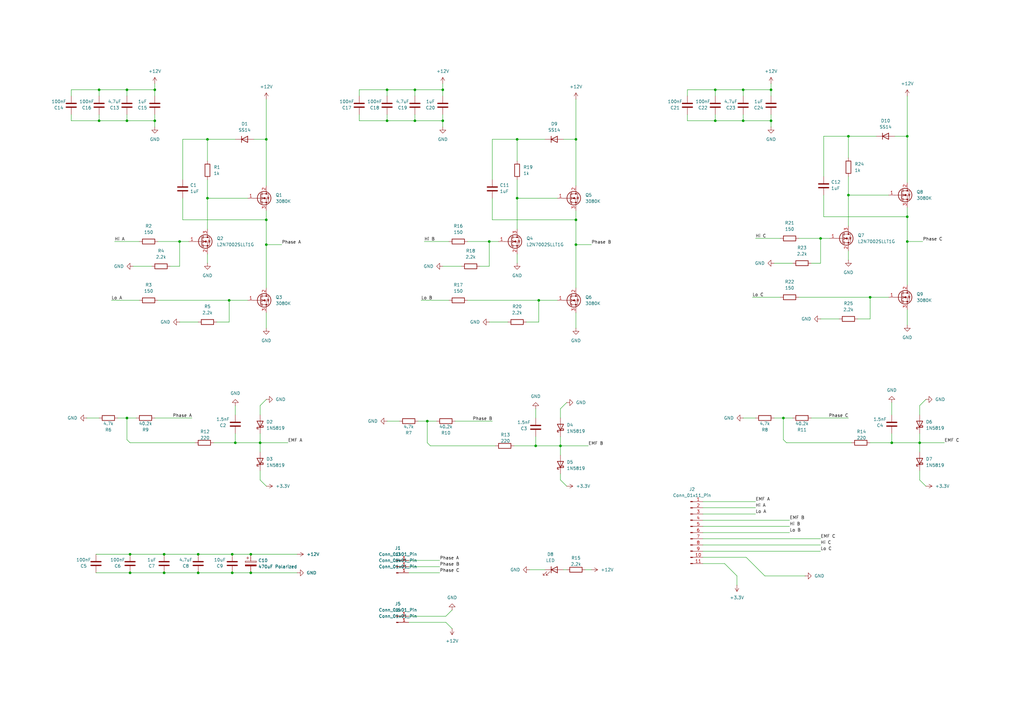
<source format=kicad_sch>
(kicad_sch (version 20231120) (generator "eeschema") (generator_version "8.0")
  (paper "A3")
  (lib_symbols
    (symbol "Connector:Conn_01x01_Pin" (pin_names (offset 1.016) hide)
      (property "Reference" "J" (at 0 2.54 0))
      (property "Value" "Conn_01x01_Pin" (at 0 -2.54 0))
      (symbol "Conn_01x01_Pin_1_1"
        (pin passive line (at 5.08 0 180) (length 3.81) (name "Pin_1") (number "1"))
      )
    )
    (symbol "Connector:Conn_01x11_Pin" (pin_names (offset 1.016) hide)
      (property "Reference" "J" (at 0 15.24 0))
      (property "Value" "Conn_01x11_Pin" (at 0 -15.24 0))
      (symbol "Conn_01x11_Pin_1_1"
        (pin passive line (at 5.08 12.7 180) (length 3.81) (name "Pin_1") (number "1"))
        (pin passive line (at 5.08 -10.16 180) (length 3.81) (name "Pin_10") (number "10"))
        (pin passive line (at 5.08 -12.7 180) (length 3.81) (name "Pin_11") (number "11"))
        (pin passive line (at 5.08 10.16 180) (length 3.81) (name "Pin_2") (number "2"))
        (pin passive line (at 5.08 7.62 180) (length 3.81) (name "Pin_3") (number "3"))
        (pin passive line (at 5.08 5.08 180) (length 3.81) (name "Pin_4") (number "4"))
        (pin passive line (at 5.08 2.54 180) (length 3.81) (name "Pin_5") (number "5"))
        (pin passive line (at 5.08 0 180) (length 3.81) (name "Pin_6") (number "6"))
        (pin passive line (at 5.08 -2.54 180) (length 3.81) (name "Pin_7") (number "7"))
        (pin passive line (at 5.08 -5.08 180) (length 3.81) (name "Pin_8") (number "8"))
        (pin passive line (at 5.08 -7.62 180) (length 3.81) (name "Pin_9") (number "9"))
      )
    )
    (symbol "Device:C" (pin_numbers hide) (pin_names (offset 0.254))
      (property "Reference" "C" (at 0.635 2.54 0))
      (property "Value" "C" (at 0.635 -2.54 0))
      (symbol "C_1_1"
        (pin passive line (at 0 3.81 270) (length 2.794) (name "~") (number "1"))
        (pin passive line (at 0 -3.81 90) (length 2.794) (name "~") (number "2"))
      )
    )
    (symbol "Device:C_Polarized" (pin_numbers hide) (pin_names (offset 0.254))
      (property "Reference" "C" (at 0.635 2.54 0))
      (property "Value" "C_Polarized" (at 0.635 -2.54 0))
      (symbol "C_Polarized_1_1"
        (pin passive line (at 0 3.81 270) (length 2.794) (name "~") (number "1"))
        (pin passive line (at 0 -3.81 90) (length 2.794) (name "~") (number "2"))
      )
    )
    (symbol "Device:D" (pin_numbers hide) (pin_names (offset 1.016) hide)
      (property "Reference" "D" (at 0 2.54 0))
      (property "Value" "D" (at 0 -2.54 0))
      (symbol "D_1_1"
        (pin passive line (at -3.81 0 0) (length 2.54) (name "K") (number "1"))
        (pin passive line (at 3.81 0 180) (length 2.54) (name "A") (number "2"))
      )
    )
    (symbol "Device:D_Schottky" (pin_numbers hide) (pin_names (offset 1.016) hide)
      (property "Reference" "D" (at 0 2.54 0))
      (property "Value" "D_Schottky" (at 0 -2.54 0))
      (symbol "D_Schottky_1_1"
        (pin passive line (at -3.81 0 0) (length 2.54) (name "K") (number "1"))
        (pin passive line (at 3.81 0 180) (length 2.54) (name "A") (number "2"))
      )
    )
    (symbol "Device:LED" (pin_numbers hide) (pin_names (offset 1.016) hide)
      (property "Reference" "D" (at 0 2.54 0))
      (property "Value" "LED" (at 0 -2.54 0))
      (symbol "LED_1_1"
        (pin passive line (at -3.81 0 0) (length 2.54) (name "K") (number "1"))
        (pin passive line (at 3.81 0 180) (length 2.54) (name "A") (number "2"))
      )
    )
    (symbol "Device:Q_NMOS_GDS" (pin_names (offset 0) hide)
      (property "Reference" "Q" (at 5.08 1.27 0))
      (property "Value" "Q_NMOS_GDS" (at 5.08 -1.27 0))
      (symbol "Q_NMOS_GDS_1_1"
        (pin input line (at -5.08 0 0) (length 2.54) (name "G") (number "1"))
        (pin passive line (at 2.54 5.08 270) (length 2.54) (name "D") (number "2"))
        (pin passive line (at 2.54 -5.08 90) (length 2.54) (name "S") (number "3"))
      )
    )
    (symbol "Device:Q_NMOS_GSD" (pin_names (offset 0) hide)
      (property "Reference" "Q" (at 5.08 1.27 0))
      (property "Value" "Q_NMOS_GSD" (at 5.08 -1.27 0))
      (symbol "Q_NMOS_GSD_1_1"
        (pin input line (at -5.08 0 0) (length 2.54) (name "G") (number "1"))
        (pin passive line (at 2.54 -5.08 90) (length 2.54) (name "S") (number "2"))
        (pin passive line (at 2.54 5.08 270) (length 2.54) (name "D") (number "3"))
      )
    )
    (symbol "Device:R" (pin_numbers hide) (pin_names (offset 0))
      (property "Reference" "R" (at 2.032 0 90))
      (property "Value" "R" (at 0 0 90))
      (symbol "R_1_1"
        (pin passive line (at 0 3.81 270) (length 1.27) (name "~") (number "1"))
        (pin passive line (at 0 -3.81 90) (length 1.27) (name "~") (number "2"))
      )
    )
    (symbol "power:+12V" (power) (pin_numbers hide) (pin_names (offset 0) hide)
      (property "Value" "+12V" (at 0 3.556 0))
      (symbol "+12V_1_1"
        (pin power_in line (at 0 0 90) (length 0) (name "~") (number "1"))
      )
    )
    (symbol "power:+3.3V" (power) (pin_numbers hide) (pin_names (offset 0) hide)
      (property "Value" "+3.3V" (at 0 3.556 0))
      (symbol "+3.3V_1_1"
        (pin power_in line (at 0 0 90) (length 0) (name "~") (number "1"))
      )
    )
    (symbol "power:GND" (power) (pin_numbers hide) (pin_names (offset 0) hide)
      (property "Value" "GND" (at 0 -3.81 0))
      (symbol "GND_1_1"
        (pin power_in line (at 0 0 270) (length 0) (name "~") (number "1"))
      )
    )
  )
  (junction (at 229.87 182.88))
  (junction (at 356.87 121.92))
  (junction (at 109.22 100.33))
  (junction (at 316.23 49.53))
  (junction (at 96.52 181.61))
  (junction (at 52.07 36.83))
  (junction (at 85.09 81.28))
  (junction (at 365.76 181.61))
  (junction (at 316.23 36.83))
  (junction (at 347.98 80.01))
  (junction (at 158.75 36.83))
  (junction (at 53.34 234.95))
  (junction (at 53.34 227.33))
  (junction (at 293.37 36.83))
  (junction (at 200.66 99.06))
  (junction (at 106.68 181.61))
  (junction (at 377.19 181.61))
  (junction (at 372.11 99.06))
  (junction (at 85.09 57.15))
  (junction (at 219.71 182.88))
  (junction (at 304.8 36.83))
  (junction (at 170.18 49.53))
  (junction (at 321.31 171.45))
  (junction (at 52.07 171.45))
  (junction (at 220.98 123.19))
  (junction (at 109.22 90.17))
  (junction (at 212.09 81.28))
  (junction (at 95.25 234.95))
  (junction (at 236.22 100.33))
  (junction (at 293.37 49.53))
  (junction (at 102.87 234.95))
  (junction (at 63.5 36.83))
  (junction (at 102.87 227.33))
  (junction (at 67.31 227.33))
  (junction (at 212.09 57.15))
  (junction (at 181.61 49.53))
  (junction (at 109.22 57.15))
  (junction (at 181.61 36.83))
  (junction (at 40.64 49.53))
  (junction (at 372.11 88.9))
  (junction (at 304.8 49.53))
  (junction (at 93.98 123.19))
  (junction (at 63.5 49.53))
  (junction (at 236.22 90.17))
  (junction (at 81.28 227.33))
  (junction (at 236.22 57.15))
  (junction (at 95.25 227.33))
  (junction (at 52.07 49.53))
  (junction (at 347.98 55.88))
  (junction (at 372.11 55.88))
  (junction (at 336.55 97.79))
  (junction (at 175.26 172.72))
  (junction (at 170.18 36.83))
  (junction (at 158.75 49.53))
  (junction (at 40.64 36.83))
  (junction (at 67.31 234.95))
  (junction (at 73.66 99.06))
  (junction (at 81.28 234.95))
  (wire (pts (xy 29.21 36.83) (xy 29.21 39.37)))
  (wire (pts (xy 109.22 57.15) (xy 109.22 76.2)))
  (wire (pts (xy 167.64 229.87) (xy 180.34 229.87)))
  (wire (pts (xy 170.18 46.99) (xy 170.18 49.53)))
  (wire (pts (xy 316.23 46.99) (xy 316.23 49.53)))
  (wire (pts (xy 167.64 255.27) (xy 182.88 255.27)))
  (wire (pts (xy 172.72 123.19) (xy 184.15 123.19)))
  (wire (pts (xy 45.72 123.19) (xy 57.15 123.19)))
  (wire (pts (xy 288.29 205.74) (xy 309.88 205.74)))
  (wire (pts (xy 181.61 49.53) (xy 181.61 52.07)))
  (wire (pts (xy 29.21 36.83) (xy 40.64 36.83)))
  (wire (pts (xy 365.76 181.61) (xy 377.19 181.61)))
  (wire (pts (xy 372.11 99.06) (xy 372.11 116.84)))
  (wire (pts (xy 215.9 132.08) (xy 220.98 132.08)))
  (wire (pts (xy 306.07 228.6) (xy 313.69 236.22)))
  (wire (pts (xy 67.31 234.95) (xy 81.28 234.95)))
  (wire (pts (xy 281.94 36.83) (xy 281.94 39.37)))
  (wire (pts (xy 52.07 36.83) (xy 63.5 36.83)))
  (wire (pts (xy 327.66 121.92) (xy 356.87 121.92)))
  (wire (pts (xy 288.29 218.44) (xy 323.85 218.44)))
  (wire (pts (xy 96.52 166.37) (xy 96.52 170.18)))
  (wire (pts (xy 167.64 234.95) (xy 180.34 234.95)))
  (wire (pts (xy 74.93 90.17) (xy 109.22 90.17)))
  (wire (pts (xy 200.66 132.08) (xy 208.28 132.08)))
  (wire (pts (xy 52.07 171.45) (xy 48.26 171.45)))
  (wire (pts (xy 347.98 102.87) (xy 347.98 106.68)))
  (wire (pts (xy 109.22 90.17) (xy 109.22 100.33)))
  (wire (pts (xy 316.23 34.29) (xy 316.23 36.83)))
  (wire (pts (xy 281.94 49.53) (xy 293.37 49.53)))
  (wire (pts (xy 200.66 99.06) (xy 204.47 99.06)))
  (wire (pts (xy 304.8 46.99) (xy 304.8 49.53)))
  (wire (pts (xy 93.98 123.19) (xy 93.98 132.08)))
  (wire (pts (xy 308.61 121.92) (xy 320.04 121.92)))
  (wire (pts (xy 304.8 36.83) (xy 316.23 36.83)))
  (wire (pts (xy 102.87 234.95) (xy 121.92 234.95)))
  (wire (pts (xy 219.71 179.07) (xy 219.71 182.88)))
  (wire (pts (xy 40.64 36.83) (xy 40.64 39.37)))
  (wire (pts (xy 167.64 252.73) (xy 182.88 252.73)))
  (wire (pts (xy 102.87 227.33) (xy 121.92 227.33)))
  (wire (pts (xy 175.26 172.72) (xy 175.26 181.61)))
  (wire (pts (xy 332.74 171.45) (xy 347.98 171.45)))
  (wire (pts (xy 53.34 227.33) (xy 67.31 227.33)))
  (wire (pts (xy 81.28 227.33) (xy 95.25 227.33)))
  (wire (pts (xy 212.09 57.15) (xy 212.09 66.04)))
  (wire (pts (xy 201.93 57.15) (xy 212.09 57.15)))
  (wire (pts (xy 304.8 49.53) (xy 316.23 49.53)))
  (wire (pts (xy 73.66 99.06) (xy 77.47 99.06)))
  (wire (pts (xy 67.31 227.33) (xy 81.28 227.33)))
  (wire (pts (xy 347.98 72.39) (xy 347.98 80.01)))
  (wire (pts (xy 106.68 193.04) (xy 106.68 196.85)))
  (wire (pts (xy 240.03 233.68) (xy 242.57 233.68)))
  (wire (pts (xy 88.9 132.08) (xy 93.98 132.08)))
  (wire (pts (xy 325.12 171.45) (xy 321.31 171.45)))
  (wire (pts (xy 293.37 46.99) (xy 293.37 49.53)))
  (wire (pts (xy 377.19 193.04) (xy 377.19 196.85)))
  (wire (pts (xy 281.94 46.99) (xy 281.94 49.53)))
  (wire (pts (xy 106.68 170.18) (xy 106.68 166.37)))
  (wire (pts (xy 281.94 36.83) (xy 293.37 36.83)))
  (wire (pts (xy 293.37 49.53) (xy 304.8 49.53)))
  (wire (pts (xy 52.07 171.45) (xy 52.07 180.34)))
  (wire (pts (xy 288.29 208.28) (xy 309.88 208.28)))
  (wire (pts (xy 309.88 171.45) (xy 304.8 171.45)))
  (wire (pts (xy 191.77 99.06) (xy 200.66 99.06)))
  (wire (pts (xy 336.55 97.79) (xy 336.55 107.95)))
  (wire (pts (xy 365.76 165.1) (xy 365.76 170.18)))
  (wire (pts (xy 229.87 194.31) (xy 229.87 196.85)))
  (wire (pts (xy 163.83 172.72) (xy 158.75 172.72)))
  (wire (pts (xy 336.55 130.81) (xy 344.17 130.81)))
  (wire (pts (xy 53.34 234.95) (xy 67.31 234.95)))
  (wire (pts (xy 170.18 36.83) (xy 181.61 36.83)))
  (wire (pts (xy 377.19 181.61) (xy 377.19 185.42)))
  (wire (pts (xy 321.31 180.34) (xy 322.58 181.61)))
  (wire (pts (xy 175.26 181.61) (xy 176.53 182.88)))
  (wire (pts (xy 367.03 55.88) (xy 372.11 55.88)))
  (wire (pts (xy 288.29 213.36) (xy 323.85 213.36)))
  (wire (pts (xy 158.75 36.83) (xy 170.18 36.83)))
  (wire (pts (xy 96.52 181.61) (xy 106.68 181.61)))
  (wire (pts (xy 106.68 177.8) (xy 106.68 181.61)))
  (wire (pts (xy 74.93 57.15) (xy 74.93 73.66)))
  (wire (pts (xy 29.21 49.53) (xy 40.64 49.53)))
  (wire (pts (xy 109.22 86.36) (xy 109.22 90.17)))
  (wire (pts (xy 347.98 55.88) (xy 359.41 55.88)))
  (wire (pts (xy 332.74 107.95) (xy 336.55 107.95)))
  (wire (pts (xy 96.52 177.8) (xy 96.52 181.61)))
  (wire (pts (xy 74.93 57.15) (xy 85.09 57.15)))
  (wire (pts (xy 236.22 90.17) (xy 236.22 100.33)))
  (wire (pts (xy 40.64 49.53) (xy 52.07 49.53)))
  (wire (pts (xy 85.09 57.15) (xy 85.09 66.04)))
  (wire (pts (xy 212.09 73.66) (xy 212.09 81.28)))
  (wire (pts (xy 106.68 166.37) (xy 109.22 163.83)))
  (wire (pts (xy 93.98 123.19) (xy 101.6 123.19)))
  (wire (pts (xy 52.07 49.53) (xy 63.5 49.53)))
  (wire (pts (xy 40.64 171.45) (xy 35.56 171.45)))
  (wire (pts (xy 229.87 182.88) (xy 229.87 186.69)))
  (wire (pts (xy 236.22 100.33) (xy 242.57 100.33)))
  (wire (pts (xy 81.28 234.95) (xy 95.25 234.95)))
  (wire (pts (xy 220.98 123.19) (xy 220.98 132.08)))
  (wire (pts (xy 293.37 36.83) (xy 293.37 39.37)))
  (wire (pts (xy 147.32 36.83) (xy 147.32 39.37)))
  (wire (pts (xy 372.11 85.09) (xy 372.11 88.9)))
  (wire (pts (xy 372.11 39.37) (xy 372.11 55.88)))
  (wire (pts (xy 175.26 172.72) (xy 179.07 172.72)))
  (wire (pts (xy 201.93 57.15) (xy 201.93 73.66)))
  (wire (pts (xy 52.07 46.99) (xy 52.07 49.53)))
  (wire (pts (xy 63.5 46.99) (xy 63.5 49.53)))
  (wire (pts (xy 46.99 99.06) (xy 57.15 99.06)))
  (wire (pts (xy 304.8 36.83) (xy 304.8 39.37)))
  (wire (pts (xy 229.87 196.85) (xy 232.41 199.39)))
  (wire (pts (xy 317.5 107.95) (xy 325.12 107.95)))
  (wire (pts (xy 170.18 36.83) (xy 170.18 39.37)))
  (wire (pts (xy 316.23 49.53) (xy 316.23 52.07)))
  (wire (pts (xy 377.19 177.8) (xy 377.19 181.61)))
  (wire (pts (xy 170.18 49.53) (xy 181.61 49.53)))
  (wire (pts (xy 356.87 121.92) (xy 364.49 121.92)))
  (wire (pts (xy 74.93 81.28) (xy 74.93 90.17)))
  (wire (pts (xy 52.07 180.34) (xy 53.34 181.61)))
  (wire (pts (xy 109.22 100.33) (xy 109.22 118.11)))
  (wire (pts (xy 95.25 234.95) (xy 102.87 234.95)))
  (wire (pts (xy 212.09 57.15) (xy 223.52 57.15)))
  (wire (pts (xy 109.22 40.64) (xy 109.22 57.15)))
  (wire (pts (xy 327.66 97.79) (xy 336.55 97.79)))
  (wire (pts (xy 196.85 109.22) (xy 200.66 109.22)))
  (wire (pts (xy 336.55 97.79) (xy 340.36 97.79)))
  (wire (pts (xy 212.09 81.28) (xy 228.6 81.28)))
  (wire (pts (xy 337.82 55.88) (xy 337.82 72.39)))
  (wire (pts (xy 377.19 170.18) (xy 377.19 166.37)))
  (wire (pts (xy 182.88 252.73) (xy 185.42 250.19)))
  (wire (pts (xy 64.77 99.06) (xy 73.66 99.06)))
  (wire (pts (xy 85.09 104.14) (xy 85.09 107.95)))
  (wire (pts (xy 219.71 182.88) (xy 229.87 182.88)))
  (wire (pts (xy 356.87 121.92) (xy 356.87 130.81)))
  (wire (pts (xy 40.64 46.99) (xy 40.64 49.53)))
  (wire (pts (xy 377.19 181.61) (xy 387.35 181.61)))
  (wire (pts (xy 158.75 49.53) (xy 170.18 49.53)))
  (wire (pts (xy 229.87 179.07) (xy 229.87 182.88)))
  (wire (pts (xy 64.77 123.19) (xy 93.98 123.19)))
  (wire (pts (xy 322.58 181.61) (xy 349.25 181.61)))
  (wire (pts (xy 54.61 109.22) (xy 62.23 109.22)))
  (wire (pts (xy 229.87 182.88) (xy 241.3 182.88)))
  (wire (pts (xy 53.34 181.61) (xy 80.01 181.61)))
  (wire (pts (xy 229.87 167.64) (xy 232.41 165.1)))
  (wire (pts (xy 236.22 40.64) (xy 236.22 57.15)))
  (wire (pts (xy 158.75 46.99) (xy 158.75 49.53)))
  (wire (pts (xy 52.07 36.83) (xy 52.07 39.37)))
  (wire (pts (xy 231.14 57.15) (xy 236.22 57.15)))
  (wire (pts (xy 181.61 46.99) (xy 181.61 49.53)))
  (wire (pts (xy 173.99 99.06) (xy 184.15 99.06)))
  (wire (pts (xy 95.25 227.33) (xy 102.87 227.33)))
  (wire (pts (xy 85.09 73.66) (xy 85.09 81.28)))
  (wire (pts (xy 29.21 46.99) (xy 29.21 49.53)))
  (wire (pts (xy 147.32 46.99) (xy 147.32 49.53)))
  (wire (pts (xy 372.11 99.06) (xy 378.46 99.06)))
  (wire (pts (xy 201.93 90.17) (xy 236.22 90.17)))
  (wire (pts (xy 337.82 55.88) (xy 347.98 55.88)))
  (wire (pts (xy 87.63 181.61) (xy 96.52 181.61)))
  (wire (pts (xy 377.19 196.85) (xy 379.73 199.39)))
  (wire (pts (xy 171.45 172.72) (xy 175.26 172.72)))
  (wire (pts (xy 55.88 171.45) (xy 52.07 171.45)))
  (wire (pts (xy 201.93 81.28) (xy 201.93 90.17)))
  (wire (pts (xy 372.11 127) (xy 372.11 133.35)))
  (wire (pts (xy 85.09 57.15) (xy 96.52 57.15)))
  (wire (pts (xy 63.5 49.53) (xy 63.5 52.07)))
  (wire (pts (xy 288.29 215.9) (xy 323.85 215.9)))
  (wire (pts (xy 356.87 181.61) (xy 365.76 181.61)))
  (wire (pts (xy 377.19 166.37) (xy 379.73 163.83)))
  (wire (pts (xy 73.66 99.06) (xy 73.66 109.22)))
  (wire (pts (xy 109.22 100.33) (xy 115.57 100.33)))
  (wire (pts (xy 217.17 233.68) (xy 223.52 233.68)))
  (wire (pts (xy 109.22 128.27) (xy 109.22 134.62)))
  (wire (pts (xy 147.32 49.53) (xy 158.75 49.53)))
  (wire (pts (xy 106.68 181.61) (xy 118.11 181.61)))
  (wire (pts (xy 182.88 255.27) (xy 185.42 257.81)))
  (wire (pts (xy 63.5 171.45) (xy 78.74 171.45)))
  (wire (pts (xy 181.61 36.83) (xy 181.61 39.37)))
  (wire (pts (xy 200.66 99.06) (xy 200.66 109.22)))
  (wire (pts (xy 212.09 81.28) (xy 212.09 93.98)))
  (wire (pts (xy 229.87 171.45) (xy 229.87 167.64)))
  (wire (pts (xy 232.41 233.68) (xy 231.14 233.68)))
  (wire (pts (xy 212.09 104.14) (xy 212.09 107.95)))
  (wire (pts (xy 181.61 34.29) (xy 181.61 36.83)))
  (wire (pts (xy 337.82 88.9) (xy 372.11 88.9)))
  (wire (pts (xy 236.22 128.27) (xy 236.22 134.62)))
  (wire (pts (xy 39.37 234.95) (xy 53.34 234.95)))
  (wire (pts (xy 85.09 81.28) (xy 101.6 81.28)))
  (wire (pts (xy 321.31 171.45) (xy 317.5 171.45)))
  (wire (pts (xy 106.68 181.61) (xy 106.68 185.42)))
  (wire (pts (xy 158.75 36.83) (xy 158.75 39.37)))
  (wire (pts (xy 302.26 236.22) (xy 302.26 240.03)))
  (wire (pts (xy 316.23 36.83) (xy 316.23 39.37)))
  (wire (pts (xy 288.29 210.82) (xy 309.88 210.82)))
  (wire (pts (xy 191.77 123.19) (xy 220.98 123.19)))
  (wire (pts (xy 347.98 80.01) (xy 364.49 80.01)))
  (wire (pts (xy 351.79 130.81) (xy 356.87 130.81)))
  (wire (pts (xy 104.14 57.15) (xy 109.22 57.15)))
  (wire (pts (xy 85.09 81.28) (xy 85.09 93.98)))
  (wire (pts (xy 293.37 36.83) (xy 304.8 36.83)))
  (wire (pts (xy 210.82 182.88) (xy 219.71 182.88)))
  (wire (pts (xy 220.98 123.19) (xy 228.6 123.19)))
  (wire (pts (xy 372.11 88.9) (xy 372.11 99.06)))
  (wire (pts (xy 147.32 36.83) (xy 158.75 36.83)))
  (wire (pts (xy 167.64 232.41) (xy 180.34 232.41)))
  (wire (pts (xy 288.29 220.98) (xy 336.55 220.98)))
  (wire (pts (xy 106.68 196.85) (xy 109.22 199.39)))
  (wire (pts (xy 365.76 177.8) (xy 365.76 181.61)))
  (wire (pts (xy 297.18 231.14) (xy 302.26 236.22)))
  (wire (pts (xy 39.37 227.33) (xy 53.34 227.33)))
  (wire (pts (xy 219.71 167.64) (xy 219.71 171.45)))
  (wire (pts (xy 313.69 236.22) (xy 330.2 236.22)))
  (wire (pts (xy 288.29 226.06) (xy 336.55 226.06)))
  (wire (pts (xy 347.98 55.88) (xy 347.98 64.77)))
  (wire (pts (xy 186.69 172.72) (xy 201.93 172.72)))
  (wire (pts (xy 69.85 109.22) (xy 73.66 109.22)))
  (wire (pts (xy 288.29 231.14) (xy 297.18 231.14)))
  (wire (pts (xy 288.29 228.6) (xy 306.07 228.6)))
  (wire (pts (xy 63.5 34.29) (xy 63.5 36.83)))
  (wire (pts (xy 236.22 86.36) (xy 236.22 90.17)))
  (wire (pts (xy 63.5 36.83) (xy 63.5 39.37)))
  (wire (pts (xy 40.64 36.83) (xy 52.07 36.83)))
  (wire (pts (xy 181.61 109.22) (xy 189.23 109.22)))
  (wire (pts (xy 372.11 55.88) (xy 372.11 74.93)))
  (wire (pts (xy 73.66 132.08) (xy 81.28 132.08)))
  (wire (pts (xy 321.31 171.45) (xy 321.31 180.34)))
  (wire (pts (xy 288.29 223.52) (xy 336.55 223.52)))
  (wire (pts (xy 176.53 182.88) (xy 203.2 182.88)))
  (wire (pts (xy 337.82 80.01) (xy 337.82 88.9)))
  (wire (pts (xy 236.22 100.33) (xy 236.22 118.11)))
  (wire (pts (xy 347.98 80.01) (xy 347.98 92.71)))
  (wire (pts (xy 309.88 97.79) (xy 320.04 97.79)))
  (wire (pts (xy 236.22 57.15) (xy 236.22 76.2)))
  (label "Hi B" (at 323.85 215.9 0))
  (label "Phase C" (at 347.98 171.45 180))
  (label "Phase C" (at 180.34 234.95 0))
  (label "Hi A" (at 46.99 99.06 0))
  (label "Phase B" (at 242.57 100.33 0))
  (label "Hi C" (at 336.55 223.52 0))
  (label "Phase A" (at 78.74 171.45 180))
  (label "Hi B" (at 173.99 99.06 0))
  (label "Lo B" (at 172.72 123.19 0))
  (label "Hi A" (at 309.88 208.28 0))
  (label "EMF A" (at 118.11 181.61 0))
  (label "Hi C" (at 309.88 97.79 0))
  (label "Lo C" (at 308.61 121.92 0))
  (label "Phase B" (at 201.93 172.72 180))
  (label "Lo B" (at 323.85 218.44 0))
  (label "Phase C" (at 378.46 99.06 0))
  (label "EMF B" (at 323.85 213.36 0))
  (label "Phase A" (at 180.34 229.87 0))
  (label "EMF C" (at 336.55 220.98 0))
  (label "EMF B" (at 241.3 182.88 0))
  (label "Phase A" (at 115.57 100.33 0))
  (label "Lo C" (at 336.55 226.06 0))
  (label "Lo A" (at 45.72 123.19 0))
  (label "EMF C" (at 387.35 181.61 0))
  (label "Phase B" (at 180.34 232.41 0))
  (label "EMF A" (at 309.88 205.74 0))
  (label "Lo A" (at 309.88 210.82 0))
  (symbol (lib_id "power:GND") (at 316.23 52.07 0) (unit 1)
    (property "Reference" "#PWR037" (effects (hide yes)))
    (property "Value" "GND" (at 316.23 57.15 0))
    (property "Description" "Power symbol creates a global label with name \"GND\" , ground" (effects (hide yes)))
  )
  (symbol (lib_id "Device:C") (at 95.25 231.14 180) (unit 1)
    (property "Reference" "C9" (at 90.17 232.156 0))
    (property "Value" "10uF" (at 90.17 229.616 0))
    (property "Footprint" "Capacitor_SMD:C_0805_2012Metric" (effects (hide yes)))
    (property "Description" "Unpolarized capacitor" (effects (hide yes)))
  )
  (symbol (lib_id "power:GND") (at 200.66 132.08 270) (unit 1)
    (property "Reference" "#PWR023" (effects (hide yes)))
    (property "Value" "GND" (at 196.85 132.0799 90) (effects (justify right)))
    (property "Description" "Power symbol creates a global label with name \"GND\" , ground" (effects (hide yes)))
  )
  (symbol (lib_id "power:+3.3V") (at 109.22 199.39 270) (unit 1)
    (property "Reference" "#PWR013" (effects (hide yes)))
    (property "Value" "+3.3V" (at 113.03 199.3899 90) (effects (justify left)))
    (property "Description" "Power symbol creates a global label with name \"+3.3V\"" (effects (hide yes)))
  )
  (symbol (lib_id "power:GND") (at 317.5 107.95 270) (unit 1)
    (property "Reference" "#PWR027" (effects (hide yes)))
    (property "Value" "GND" (at 313.69 107.9499 90) (effects (justify right)))
    (property "Description" "Power symbol creates a global label with name \"GND\" , ground" (effects (hide yes)))
  )
  (symbol (lib_id "Device:C") (at 81.28 231.14 180) (unit 1)
    (property "Reference" "C8" (at 76.2 232.156 0))
    (property "Value" "4.7uF" (at 76.2 229.616 0))
    (property "Footprint" "Capacitor_SMD:C_0603_1608Metric" (effects (hide yes)))
    (property "Description" "Unpolarized capacitor" (effects (hide yes)))
  )
  (symbol (lib_id "Device:C") (at 52.07 43.18 180) (unit 1)
    (property "Reference" "C13" (at 46.99 44.196 0))
    (property "Value" "4.7uF" (at 46.99 41.656 0))
    (property "Footprint" "Capacitor_SMD:C_0603_1608Metric" (effects (hide yes)))
    (property "Description" "Unpolarized capacitor" (effects (hide yes)))
  )
  (symbol (lib_id "Device:Q_NMOS_GSD") (at 82.55 99.06 0) (unit 1)
    (property "Reference" "Q2" (at 88.9 97.7899 0) (effects (justify left)))
    (property "Value" "L2N7002SLLT1G" (at 88.9 100.3299 0) (effects (justify left)))
    (property "Footprint" "Package_TO_SOT_SMD:SOT-23" (effects (hide yes)))
    (property "Description" "N-MOSFET transistor, gate/source/drain" (effects (hide yes)))
  )
  (symbol (lib_id "Device:C") (at 293.37 43.18 180) (unit 1)
    (property "Reference" "C22" (at 288.29 44.196 0))
    (property "Value" "100nF" (at 288.29 41.656 0))
    (property "Footprint" "Capacitor_SMD:C_0603_1608Metric" (effects (hide yes)))
    (property "Description" "Unpolarized capacitor" (effects (hide yes)))
  )
  (symbol (lib_id "Device:R") (at 328.93 107.95 90) (unit 1)
    (property "Reference" "R23" (at 328.93 101.6 90))
    (property "Value" "2.2k" (at 328.93 104.14 90))
    (property "Footprint" "Resistor_SMD:R_0603_1608Metric" (effects (hide yes)))
    (property "Description" "Resistor" (effects (hide yes)))
  )
  (symbol (lib_id "power:GND") (at 347.98 106.68 0) (unit 1)
    (property "Reference" "#PWR029" (effects (hide yes)))
    (property "Value" "GND" (at 347.98 111.76 0))
    (property "Description" "Power symbol creates a global label with name \"GND\" , ground" (effects (hide yes)))
  )
  (symbol (lib_id "Device:Q_NMOS_GSD") (at 209.55 99.06 0) (unit 1)
    (property "Reference" "Q4" (at 215.9 97.7899 0) (effects (justify left)))
    (property "Value" "L2N7002SLLT1G" (at 215.9 100.3299 0) (effects (justify left)))
    (property "Footprint" "Package_TO_SOT_SMD:SOT-23" (effects (hide yes)))
    (property "Description" "N-MOSFET transistor, gate/source/drain" (effects (hide yes)))
  )
  (symbol (lib_id "power:GND") (at 73.66 132.08 270) (unit 1)
    (property "Reference" "#PWR03" (effects (hide yes)))
    (property "Value" "GND" (at 69.85 132.0799 90) (effects (justify right)))
    (property "Description" "Power symbol creates a global label with name \"GND\" , ground" (effects (hide yes)))
  )
  (symbol (lib_id "Device:R") (at 85.09 69.85 0) (unit 1)
    (property "Reference" "R1" (at 87.63 68.5799 0) (effects (justify left)))
    (property "Value" "1k" (at 87.63 71.1199 0) (effects (justify left)))
    (property "Footprint" "Resistor_SMD:R_0603_1608Metric" (effects (hide yes)))
    (property "Description" "Resistor" (effects (hide yes)))
  )
  (symbol (lib_id "power:+12V") (at 63.5 34.29 0) (unit 1)
    (property "Reference" "#PWR032" (effects (hide yes)))
    (property "Value" "+12V" (at 63.5 29.21 0))
    (property "Description" "Power symbol creates a global label with name \"+12V\"" (effects (hide yes)))
  )
  (symbol (lib_id "power:GND") (at 96.52 166.37 180) (unit 1)
    (property "Reference" "#PWR09" (effects (hide yes)))
    (property "Value" "GND" (at 96.52 161.29 0))
    (property "Description" "Power symbol creates a global label with name \"GND\" , ground" (effects (hide yes)))
  )
  (symbol (lib_id "Device:C") (at 337.82 76.2 0) (unit 1)
    (property "Reference" "C12" (at 340.868 74.676 0) (effects (justify left)))
    (property "Value" "1uF" (at 340.868 77.216 0) (effects (justify left)))
    (property "Footprint" "Capacitor_SMD:C_0603_1608Metric" (effects (hide yes)))
    (property "Description" "Unpolarized capacitor" (effects (hide yes)))
  )
  (symbol (lib_id "Device:R") (at 66.04 109.22 90) (unit 1)
    (property "Reference" "R4" (at 66.04 102.87 90))
    (property "Value" "2.2k" (at 66.04 105.41 90))
    (property "Footprint" "Resistor_SMD:R_0603_1608Metric" (effects (hide yes)))
    (property "Description" "Resistor" (effects (hide yes)))
  )
  (symbol (lib_id "Connector:Conn_01x01_Pin") (at 162.56 229.87 0) (unit 1)
    (property "Reference" "J1" (at 163.195 224.79 0))
    (property "Value" "Conn_01x01_Pin" (at 163.195 227.33 0))
    (property "Footprint" "Connector_PinHeader_2.54mm:PinHeader_1x01_P2.54mm_Vertical" (effects (hide yes)))
    (property "Description" "Generic connector, single row, 01x01, script generated" (effects (hide yes)))
  )
  (symbol (lib_id "Device:D_Schottky") (at 106.68 173.99 90) (unit 1)
    (property "Reference" "D2" (at 109.22 173.0374 90) (effects (justify right)))
    (property "Value" "1N5819" (at 109.22 175.5774 90) (effects (justify right)))
    (property "Footprint" "Diode_SMD:D_SOD-123" (effects (hide yes)))
    (property "Description" "Schottky diode" (effects (hide yes)))
  )
  (symbol (lib_id "power:GND") (at 85.09 107.95 0) (unit 1)
    (property "Reference" "#PWR01" (effects (hide yes)))
    (property "Value" "GND" (at 85.09 113.03 0))
    (property "Description" "Power symbol creates a global label with name \"GND\" , ground" (effects (hide yes)))
  )
  (symbol (lib_id "Device:C") (at 158.75 43.18 180) (unit 1)
    (property "Reference" "C18" (at 153.67 44.196 0))
    (property "Value" "100nF" (at 153.67 41.656 0))
    (property "Footprint" "Capacitor_SMD:C_0603_1608Metric" (effects (hide yes)))
    (property "Description" "Unpolarized capacitor" (effects (hide yes)))
  )
  (symbol (lib_id "power:GND") (at 121.92 234.95 90) (unit 1)
    (property "Reference" "#PWR019" (effects (hide yes)))
    (property "Value" "GND" (at 125.73 234.9499 90) (effects (justify right)))
    (property "Description" "Power symbol creates a global label with name \"GND\" , ground" (effects (hide yes)))
  )
  (symbol (lib_id "power:+12V") (at 316.23 34.29 0) (unit 1)
    (property "Reference" "#PWR036" (effects (hide yes)))
    (property "Value" "+12V" (at 316.23 29.21 0))
    (property "Description" "Power symbol creates a global label with name \"+12V\"" (effects (hide yes)))
  )
  (symbol (lib_id "power:+3.3V") (at 232.41 199.39 270) (unit 1)
    (property "Reference" "#PWR015" (effects (hide yes)))
    (property "Value" "+3.3V" (at 236.22 199.3899 90) (effects (justify left)))
    (property "Description" "Power symbol creates a global label with name \"+3.3V\"" (effects (hide yes)))
  )
  (symbol (lib_id "Device:R") (at 212.09 69.85 0) (unit 1)
    (property "Reference" "R19" (at 214.63 68.5799 0) (effects (justify left)))
    (property "Value" "1k" (at 214.63 71.1199 0) (effects (justify left)))
    (property "Footprint" "Resistor_SMD:R_0603_1608Metric" (effects (hide yes)))
    (property "Description" "Resistor" (effects (hide yes)))
  )
  (symbol (lib_id "power:+12V") (at 242.57 233.68 270) (unit 1)
    (property "Reference" "#PWR021" (effects (hide yes)))
    (property "Value" "+12V" (at 246.38 233.6799 90) (effects (justify left)))
    (property "Description" "Power symbol creates a global label with name \"+12V\"" (effects (hide yes)))
  )
  (symbol (lib_id "Device:C") (at 201.93 77.47 0) (unit 1)
    (property "Reference" "C11" (at 204.978 75.946 0) (effects (justify left)))
    (property "Value" "1uF" (at 204.978 78.486 0) (effects (justify left)))
    (property "Footprint" "Capacitor_SMD:C_0603_1608Metric" (effects (hide yes)))
    (property "Description" "Unpolarized capacitor" (effects (hide yes)))
  )
  (symbol (lib_id "Device:R") (at 44.45 171.45 90) (unit 1)
    (property "Reference" "R6" (at 44.45 176.276 90))
    (property "Value" "4.7k" (at 44.45 173.736 90))
    (property "Footprint" "Resistor_SMD:R_1206_3216Metric" (effects (hide yes)))
    (property "Description" "Resistor" (effects (hide yes)))
  )
  (symbol (lib_id "Device:C") (at 365.76 173.99 180) (unit 1)
    (property "Reference" "C4" (at 360.934 174.498 0))
    (property "Value" "1.5nF" (at 360.934 171.958 0))
    (property "Footprint" "Capacitor_SMD:C_0603_1608Metric" (effects (hide yes)))
    (property "Description" "Unpolarized capacitor" (effects (hide yes)))
  )
  (symbol (lib_id "power:GND") (at 236.22 134.62 0) (unit 1)
    (property "Reference" "#PWR026" (effects (hide yes)))
    (property "Value" "GND" (at 236.22 139.7 0))
    (property "Description" "Power symbol creates a global label with name \"GND\" , ground" (effects (hide yes)))
  )
  (symbol (lib_id "Device:Q_NMOS_GDS") (at 106.68 123.19 0) (unit 1)
    (property "Reference" "Q3" (at 113.03 121.9199 0) (effects (justify left)))
    (property "Value" "3080K" (at 113.03 124.4599 0) (effects (justify left)))
    (property "Footprint" "Package_TO_SOT_SMD:TO-252-2" (effects (hide yes)))
    (property "Description" "N-MOSFET transistor, gate/drain/source" (effects (hide yes)))
  )
  (symbol (lib_id "Device:R") (at 207.01 182.88 90) (unit 1)
    (property "Reference" "R13" (at 207.264 178.308 90))
    (property "Value" "220" (at 207.264 180.848 90))
    (property "Footprint" "Resistor_SMD:R_0805_2012Metric" (effects (hide yes)))
    (property "Description" "Resistor" (effects (hide yes)))
  )
  (symbol (lib_id "Device:Q_NMOS_GDS") (at 369.57 80.01 0) (unit 1)
    (property "Reference" "Q8" (at 375.92 78.7399 0) (effects (justify left)))
    (property "Value" "3080K" (at 375.92 81.2799 0) (effects (justify left)))
    (property "Footprint" "Package_TO_SOT_SMD:TO-252-2" (effects (hide yes)))
    (property "Description" "N-MOSFET transistor, gate/drain/source" (effects (hide yes)))
  )
  (symbol (lib_id "Device:D_Schottky") (at 229.87 190.5 90) (unit 1)
    (property "Reference" "D5" (at 232.41 189.5474 90) (effects (justify right)))
    (property "Value" "1N5819" (at 232.41 192.0874 90) (effects (justify right)))
    (property "Footprint" "Diode_SMD:D_SOD-123" (effects (hide yes)))
    (property "Description" "Schottky diode" (effects (hide yes)))
  )
  (symbol (lib_id "Device:C") (at 29.21 43.18 180) (unit 1)
    (property "Reference" "C14" (at 24.13 44.196 0))
    (property "Value" "100nF" (at 24.13 41.656 0))
    (property "Footprint" "Capacitor_SMD:C_0603_1608Metric" (effects (hide yes)))
    (property "Description" "Unpolarized capacitor" (effects (hide yes)))
  )
  (symbol (lib_id "Device:R") (at 347.98 130.81 90) (unit 1)
    (property "Reference" "R25" (at 347.98 124.46 90))
    (property "Value" "2.2k" (at 347.98 127 90))
    (property "Footprint" "Resistor_SMD:R_0603_1608Metric" (effects (hide yes)))
    (property "Description" "Resistor" (effects (hide yes)))
  )
  (symbol (lib_id "power:GND") (at 372.11 133.35 0) (unit 1)
    (property "Reference" "#PWR031" (effects (hide yes)))
    (property "Value" "GND" (at 372.11 138.43 0))
    (property "Description" "Power symbol creates a global label with name \"GND\" , ground" (effects (hide yes)))
  )
  (symbol (lib_id "Device:R") (at 167.64 172.72 90) (unit 1)
    (property "Reference" "R7" (at 167.64 177.546 90))
    (property "Value" "4.7k" (at 167.64 175.006 90))
    (property "Footprint" "Resistor_SMD:R_1206_3216Metric" (effects (hide yes)))
    (property "Description" "Resistor" (effects (hide yes)))
  )
  (symbol (lib_id "Device:C") (at 304.8 43.18 180) (unit 1)
    (property "Reference" "C23" (at 299.72 44.196 0))
    (property "Value" "4.7uF" (at 299.72 41.656 0))
    (property "Footprint" "Capacitor_SMD:C_0603_1608Metric" (effects (hide yes)))
    (property "Description" "Unpolarized capacitor" (effects (hide yes)))
  )
  (symbol (lib_id "power:GND") (at 63.5 52.07 0) (unit 1)
    (property "Reference" "#PWR033" (effects (hide yes)))
    (property "Value" "GND" (at 63.5 57.15 0))
    (property "Description" "Power symbol creates a global label with name \"GND\" , ground" (effects (hide yes)))
  )
  (symbol (lib_id "Device:R") (at 187.96 123.19 90) (unit 1)
    (property "Reference" "R17" (at 187.96 116.84 90))
    (property "Value" "150" (at 187.96 119.38 90))
    (property "Footprint" "Resistor_SMD:R_0603_1608Metric" (effects (hide yes)))
    (property "Description" "Resistor" (effects (hide yes)))
  )
  (symbol (lib_id "power:GND") (at 109.22 134.62 0) (unit 1)
    (property "Reference" "#PWR02" (effects (hide yes)))
    (property "Value" "GND" (at 109.22 139.7 0))
    (property "Description" "Power symbol creates a global label with name \"GND\" , ground" (effects (hide yes)))
  )
  (symbol (lib_id "Connector:Conn_01x01_Pin") (at 162.56 232.41 0) (unit 1)
    (property "Reference" "J3" (at 163.195 227.33 0))
    (property "Value" "Conn_01x01_Pin" (at 163.195 229.87 0))
    (property "Footprint" "Connector_PinHeader_2.54mm:PinHeader_1x01_P2.54mm_Vertical" (effects (hide yes)))
    (property "Description" "Generic connector, single row, 01x01, script generated" (effects (hide yes)))
  )
  (symbol (lib_id "power:GND") (at 217.17 233.68 270) (unit 1)
    (property "Reference" "#PWR020" (effects (hide yes)))
    (property "Value" "GND" (at 213.36 233.6799 90) (effects (justify right)))
    (property "Description" "Power symbol creates a global label with name \"GND\" , ground" (effects (hide yes)))
  )
  (symbol (lib_id "power:+3.3V") (at 302.26 240.03 180) (unit 1)
    (property "Reference" "#PWR041" (effects (hide yes)))
    (property "Value" "+3.3V" (at 302.26 245.11 0))
    (property "Description" "Power symbol creates a global label with name \"+3.3V\"" (effects (hide yes)))
  )
  (symbol (lib_id "Device:C") (at 181.61 43.18 180) (unit 1)
    (property "Reference" "C20" (at 176.53 44.196 0))
    (property "Value" "1uF" (at 176.53 41.656 0))
    (property "Footprint" "Capacitor_SMD:C_0603_1608Metric" (effects (hide yes)))
    (property "Description" "Unpolarized capacitor" (effects (hide yes)))
  )
  (symbol (lib_id "power:GND") (at 330.2 236.22 90) (unit 1)
    (property "Reference" "#PWR038" (effects (hide yes)))
    (property "Value" "GND" (at 334.01 236.2199 90) (effects (justify right)))
    (property "Description" "Power symbol creates a global label with name \"GND\" , ground" (effects (hide yes)))
  )
  (symbol (lib_id "Device:R") (at 313.69 171.45 90) (unit 1)
    (property "Reference" "R8" (at 313.69 176.276 90))
    (property "Value" "4.7k" (at 313.69 173.736 90))
    (property "Footprint" "Resistor_SMD:R_1206_3216Metric" (effects (hide yes)))
    (property "Description" "Resistor" (effects (hide yes)))
  )
  (symbol (lib_id "Device:R") (at 328.93 171.45 90) (unit 1)
    (property "Reference" "R11" (at 328.93 176.276 90))
    (property "Value" "40.2k" (at 328.93 173.736 90))
    (property "Footprint" "Resistor_SMD:R_0805_2012Metric" (effects (hide yes)))
    (property "Description" "Resistor" (effects (hide yes)))
  )
  (symbol (lib_id "Connector:Conn_01x01_Pin") (at 162.56 252.73 0) (unit 1)
    (property "Reference" "J5" (at 163.195 247.65 0))
    (property "Value" "Conn_01x01_Pin" (at 163.195 250.19 0))
    (property "Footprint" "Connector_PinHeader_2.54mm:PinHeader_1x01_P2.54mm_Vertical" (effects (hide yes)))
    (property "Description" "Generic connector, single row, 01x01, script generated" (effects (hide yes)))
  )
  (symbol (lib_id "Device:C") (at 63.5 43.18 180) (unit 1)
    (property "Reference" "C15" (at 58.42 44.196 0))
    (property "Value" "1uF" (at 58.42 41.656 0))
    (property "Footprint" "Capacitor_SMD:C_0603_1608Metric" (effects (hide yes)))
    (property "Description" "Unpolarized capacitor" (effects (hide yes)))
  )
  (symbol (lib_id "Device:C") (at 67.31 231.14 180) (unit 1)
    (property "Reference" "C7" (at 62.23 232.156 0))
    (property "Value" "1uF" (at 62.23 229.616 0))
    (property "Footprint" "Capacitor_SMD:C_0603_1608Metric" (effects (hide yes)))
    (property "Description" "Unpolarized capacitor" (effects (hide yes)))
  )
  (symbol (lib_id "Device:C") (at 53.34 231.14 180) (unit 1)
    (property "Reference" "C6" (at 48.26 232.156 0))
    (property "Value" "100nF" (at 48.26 229.616 0))
    (property "Footprint" "Capacitor_SMD:C_0603_1608Metric" (effects (hide yes)))
    (property "Description" "Unpolarized capacitor" (effects (hide yes)))
  )
  (symbol (lib_id "power:GND") (at 219.71 167.64 180) (unit 1)
    (property "Reference" "#PWR010" (effects (hide yes)))
    (property "Value" "GND" (at 219.71 162.56 0))
    (property "Description" "Power symbol creates a global label with name \"GND\" , ground" (effects (hide yes)))
  )
  (symbol (lib_id "power:+12V") (at 185.42 257.81 180) (unit 1)
    (property "Reference" "#PWR040" (effects (hide yes)))
    (property "Value" "+12V" (at 185.42 262.89 0))
    (property "Description" "Power symbol creates a global label with name \"+12V\"" (effects (hide yes)))
  )
  (symbol (lib_id "power:GND") (at 35.56 171.45 270) (unit 1)
    (property "Reference" "#PWR06" (effects (hide yes)))
    (property "Value" "GND" (at 31.75 171.4501 90) (effects (justify right)))
    (property "Description" "Power symbol creates a global label with name \"GND\" , ground" (effects (hide yes)))
  )
  (symbol (lib_id "Device:R") (at 193.04 109.22 90) (unit 1)
    (property "Reference" "R18" (at 193.04 102.87 90))
    (property "Value" "2.2k" (at 193.04 105.41 90))
    (property "Footprint" "Resistor_SMD:R_0603_1608Metric" (effects (hide yes)))
    (property "Description" "Resistor" (effects (hide yes)))
  )
  (symbol (lib_id "Device:C") (at 40.64 43.18 180) (unit 1)
    (property "Reference" "C16" (at 35.56 44.196 0))
    (property "Value" "100nF" (at 35.56 41.656 0))
    (property "Footprint" "Capacitor_SMD:C_0603_1608Metric" (effects (hide yes)))
    (property "Description" "Unpolarized capacitor" (effects (hide yes)))
  )
  (symbol (lib_id "Device:C") (at 96.52 173.99 180) (unit 1)
    (property "Reference" "C2" (at 91.44 174.498 0))
    (property "Value" "1.5nF" (at 91.44 171.958 0))
    (property "Footprint" "Capacitor_SMD:C_0603_1608Metric" (effects (hide yes)))
    (property "Description" "Unpolarized capacitor" (effects (hide yes)))
  )
  (symbol (lib_id "Device:R") (at 182.88 172.72 90) (unit 1)
    (property "Reference" "R10" (at 182.88 177.546 90))
    (property "Value" "40.2k" (at 182.88 175.006 90))
    (property "Footprint" "Resistor_SMD:R_0805_2012Metric" (effects (hide yes)))
    (property "Description" "Resistor" (effects (hide yes)))
  )
  (symbol (lib_id "Device:R") (at 353.06 181.61 90) (unit 1)
    (property "Reference" "R14" (at 353.314 177.038 90))
    (property "Value" "220" (at 353.314 179.578 90))
    (property "Footprint" "Resistor_SMD:R_0805_2012Metric" (effects (hide yes)))
    (property "Description" "Resistor" (effects (hide yes)))
  )
  (symbol (lib_id "power:+12V") (at 236.22 40.64 0) (unit 1)
    (property "Reference" "#PWR025" (effects (hide yes)))
    (property "Value" "+12V" (at 236.22 35.56 0))
    (property "Description" "Power symbol creates a global label with name \"+12V\"" (effects (hide yes)))
  )
  (symbol (lib_id "power:+12V") (at 109.22 40.64 0) (unit 1)
    (property "Reference" "#PWR05" (effects (hide yes)))
    (property "Value" "+12V" (at 109.22 35.56 0))
    (property "Description" "Power symbol creates a global label with name \"+12V\"" (effects (hide yes)))
  )
  (symbol (lib_id "power:GND") (at 379.73 163.83 90) (unit 1)
    (property "Reference" "#PWR016" (effects (hide yes)))
    (property "Value" "GND" (at 383.54 163.8299 90) (effects (justify right)))
    (property "Description" "Power symbol creates a global label with name \"GND\" , ground" (effects (hide yes)))
  )
  (symbol (lib_id "Device:R") (at 236.22 233.68 270) (unit 1)
    (property "Reference" "R15" (at 236.22 228.854 90))
    (property "Value" "2.2k" (at 236.22 231.394 90))
    (property "Footprint" "Resistor_SMD:R_0603_1608Metric" (effects (hide yes)))
    (property "Description" "Resistor" (effects (hide yes)))
  )
  (symbol (lib_id "Device:C") (at 170.18 43.18 180) (unit 1)
    (property "Reference" "C19" (at 165.1 44.196 0))
    (property "Value" "4.7uF" (at 165.1 41.656 0))
    (property "Footprint" "Capacitor_SMD:C_0603_1608Metric" (effects (hide yes)))
    (property "Description" "Unpolarized capacitor" (effects (hide yes)))
  )
  (symbol (lib_id "Device:D_Schottky") (at 377.19 189.23 90) (unit 1)
    (property "Reference" "D7" (at 379.73 188.2774 90) (effects (justify right)))
    (property "Value" "1N5819" (at 379.73 190.8174 90) (effects (justify right)))
    (property "Footprint" "Diode_SMD:D_SOD-123" (effects (hide yes)))
    (property "Description" "Schottky diode" (effects (hide yes)))
  )
  (symbol (lib_id "Device:R") (at 187.96 99.06 90) (unit 1)
    (property "Reference" "R16" (at 187.96 92.71 90))
    (property "Value" "150" (at 187.96 95.25 90))
    (property "Footprint" "Resistor_SMD:R_0603_1608Metric" (effects (hide yes)))
    (property "Description" "Resistor" (effects (hide yes)))
  )
  (symbol (lib_id "power:+12V") (at 181.61 34.29 0) (unit 1)
    (property "Reference" "#PWR034" (effects (hide yes)))
    (property "Value" "+12V" (at 181.61 29.21 0))
    (property "Description" "Power symbol creates a global label with name \"+12V\"" (effects (hide yes)))
  )
  (symbol (lib_id "Device:R") (at 347.98 68.58 0) (unit 1)
    (property "Reference" "R24" (at 350.52 67.3099 0) (effects (justify left)))
    (property "Value" "1k" (at 350.52 69.8499 0) (effects (justify left)))
    (property "Footprint" "Resistor_SMD:R_0603_1608Metric" (effects (hide yes)))
    (property "Description" "Resistor" (effects (hide yes)))
  )
  (symbol (lib_id "Device:C") (at 39.37 231.14 180) (unit 1)
    (property "Reference" "C5" (at 34.29 232.156 0))
    (property "Value" "100nF" (at 34.29 229.616 0))
    (property "Footprint" "Capacitor_SMD:C_0603_1608Metric" (effects (hide yes)))
    (property "Description" "Unpolarized capacitor" (effects (hide yes)))
  )
  (symbol (lib_id "Device:R") (at 60.96 99.06 90) (unit 1)
    (property "Reference" "R2" (at 60.96 92.71 90))
    (property "Value" "150" (at 60.96 95.25 90))
    (property "Footprint" "Resistor_SMD:R_0603_1608Metric" (effects (hide yes)))
    (property "Description" "Resistor" (effects (hide yes)))
  )
  (symbol (lib_id "power:GND") (at 109.22 163.83 90) (unit 1)
    (property "Reference" "#PWR012" (effects (hide yes)))
    (property "Value" "GND" (at 113.03 163.8299 90) (effects (justify right)))
    (property "Description" "Power symbol creates a global label with name \"GND\" , ground" (effects (hide yes)))
  )
  (symbol (lib_id "Device:C") (at 74.93 77.47 0) (unit 1)
    (property "Reference" "C1" (at 77.978 75.946 0) (effects (justify left)))
    (property "Value" "1uF" (at 77.978 78.486 0) (effects (justify left)))
    (property "Footprint" "Capacitor_SMD:C_0603_1608Metric" (effects (hide yes)))
    (property "Description" "Unpolarized capacitor" (effects (hide yes)))
  )
  (symbol (lib_id "power:+12V") (at 372.11 39.37 0) (unit 1)
    (property "Reference" "#PWR030" (effects (hide yes)))
    (property "Value" "+12V" (at 372.11 34.29 0))
    (property "Description" "Power symbol creates a global label with name \"+12V\"" (effects (hide yes)))
  )
  (symbol (lib_id "power:+3.3V") (at 379.73 199.39 270) (unit 1)
    (property "Reference" "#PWR017" (effects (hide yes)))
    (property "Value" "+3.3V" (at 383.54 199.3899 90) (effects (justify left)))
    (property "Description" "Power symbol creates a global label with name \"+3.3V\"" (effects (hide yes)))
  )
  (symbol (lib_id "Device:R") (at 323.85 97.79 90) (unit 1)
    (property "Reference" "R21" (at 323.85 91.44 90))
    (property "Value" "150" (at 323.85 93.98 90))
    (property "Footprint" "Resistor_SMD:R_0603_1608Metric" (effects (hide yes)))
    (property "Description" "Resistor" (effects (hide yes)))
  )
  (symbol (lib_id "Device:Q_NMOS_GDS") (at 106.68 81.28 0) (unit 1)
    (property "Reference" "Q1" (at 113.03 80.0099 0) (effects (justify left)))
    (property "Value" "3080K" (at 113.03 82.5499 0) (effects (justify left)))
    (property "Footprint" "Package_TO_SOT_SMD:TO-252-2" (effects (hide yes)))
    (property "Description" "N-MOSFET transistor, gate/drain/source" (effects (hide yes)))
  )
  (symbol (lib_id "Device:C_Polarized") (at 102.87 231.14 0) (unit 1)
    (property "Reference" "C10" (at 105.918 229.87 0) (effects (justify left)))
    (property "Value" "470uF Polarized" (at 105.918 232.41 0) (effects (justify left)))
    (property "Footprint" "Capacitor_THT:CP_Radial_D10.0mm_P5.00mm" (effects (hide yes)))
    (property "Description" "Polarized capacitor" (effects (hide yes)))
  )
  (symbol (lib_id "Device:R") (at 59.69 171.45 90) (unit 1)
    (property "Reference" "R9" (at 59.69 176.276 90))
    (property "Value" "40.2k" (at 59.69 173.736 90))
    (property "Footprint" "Resistor_SMD:R_0805_2012Metric" (effects (hide yes)))
    (property "Description" "Resistor" (effects (hide yes)))
  )
  (symbol (lib_id "Device:Q_NMOS_GSD") (at 345.44 97.79 0) (unit 1)
    (property "Reference" "Q7" (at 351.79 96.5199 0) (effects (justify left)))
    (property "Value" "L2N7002SLLT1G" (at 351.79 99.0599 0) (effects (justify left)))
    (property "Footprint" "Package_TO_SOT_SMD:SOT-23" (effects (hide yes)))
    (property "Description" "N-MOSFET transistor, gate/source/drain" (effects (hide yes)))
  )
  (symbol (lib_id "Device:D") (at 363.22 55.88 0) (unit 1)
    (property "Reference" "D10" (at 363.22 49.53 0))
    (property "Value" "SS14" (at 363.22 52.07 0))
    (property "Footprint" "Diode_SMD:D_SOD-128" (effects (hide yes)))
    (property "Description" "Diode" (effects (hide yes)))
    (property "Sim.Device" "D" (effects (hide yes)))
    (property "Sim.Pins" "1=K 2=A" (effects (hide yes)))
  )
  (symbol (lib_id "Device:R") (at 323.85 121.92 90) (unit 1)
    (property "Reference" "R22" (at 323.85 115.57 90))
    (property "Value" "150" (at 323.85 118.11 90))
    (property "Footprint" "Resistor_SMD:R_0603_1608Metric" (effects (hide yes)))
    (property "Description" "Resistor" (effects (hide yes)))
  )
  (symbol (lib_id "power:GND") (at 181.61 109.22 270) (unit 1)
    (property "Reference" "#PWR022" (effects (hide yes)))
    (property "Value" "GND" (at 177.8 109.2199 90) (effects (justify right)))
    (property "Description" "Power symbol creates a global label with name \"GND\" , ground" (effects (hide yes)))
  )
  (symbol (lib_id "Device:C") (at 281.94 43.18 180) (unit 1)
    (property "Reference" "C21" (at 276.86 44.196 0))
    (property "Value" "100nF" (at 276.86 41.656 0))
    (property "Footprint" "Capacitor_SMD:C_0603_1608Metric" (effects (hide yes)))
    (property "Description" "Unpolarized capacitor" (effects (hide yes)))
  )
  (symbol (lib_id "Connector:Conn_01x11_Pin") (at 283.21 218.44 0) (unit 1)
    (property "Reference" "J2" (at 283.845 200.66 0))
    (property "Value" "Conn_01x11_Pin" (at 283.845 203.2 0))
    (property "Footprint" "Connector_PinHeader_2.54mm:PinHeader_1x11_P2.54mm_Vertical" (effects (hide yes)))
    (property "Description" "Generic connector, single row, 01x11, script generated" (effects (hide yes)))
  )
  (symbol (lib_id "power:GND") (at 304.8 171.45 270) (unit 1)
    (property "Reference" "#PWR08" (effects (hide yes)))
    (property "Value" "GND" (at 300.99 171.4501 90) (effects (justify right)))
    (property "Description" "Power symbol creates a global label with name \"GND\" , ground" (effects (hide yes)))
  )
  (symbol (lib_id "Device:LED") (at 227.33 233.68 0) (unit 1)
    (property "Reference" "D8" (at 225.7425 227.33 0))
    (property "Value" "LED" (at 225.7425 229.87 0))
    (property "Footprint" "LED_SMD:LED_0603_1608Metric" (effects (hide yes)))
    (property "Description" "Light emitting diode" (effects (hide yes)))
  )
  (symbol (lib_id "Device:Q_NMOS_GDS") (at 369.57 121.92 0) (unit 1)
    (property "Reference" "Q9" (at 375.92 120.6499 0) (effects (justify left)))
    (property "Value" "3080K" (at 375.92 123.1899 0) (effects (justify left)))
    (property "Footprint" "Package_TO_SOT_SMD:TO-252-2" (effects (hide yes)))
    (property "Description" "N-MOSFET transistor, gate/drain/source" (effects (hide yes)))
  )
  (symbol (lib_id "power:GND") (at 365.76 165.1 180) (unit 1)
    (property "Reference" "#PWR011" (effects (hide yes)))
    (property "Value" "GND" (at 365.76 160.02 0))
    (property "Description" "Power symbol creates a global label with name \"GND\" , ground" (effects (hide yes)))
  )
  (symbol (lib_id "Device:R") (at 83.82 181.61 90) (unit 1)
    (property "Reference" "R12" (at 84.074 177.038 90))
    (property "Value" "220" (at 84.074 179.578 90))
    (property "Footprint" "Resistor_SMD:R_0805_2012Metric" (effects (hide yes)))
    (property "Description" "Resistor" (effects (hide yes)))
  )
  (symbol (lib_id "Device:D_Schottky") (at 106.68 189.23 90) (unit 1)
    (property "Reference" "D3" (at 109.22 188.2774 90) (effects (justify right)))
    (property "Value" "1N5819" (at 109.22 190.8174 90) (effects (justify right)))
    (property "Footprint" "Diode_SMD:D_SOD-123" (effects (hide yes)))
    (property "Description" "Schottky diode" (effects (hide yes)))
  )
  (symbol (lib_id "Device:D") (at 100.33 57.15 0) (unit 1)
    (property "Reference" "D1" (at 100.33 50.8 0))
    (property "Value" "SS14" (at 100.33 53.34 0))
    (property "Footprint" "Diode_SMD:D_SOD-128" (effects (hide yes)))
    (property "Description" "Diode" (effects (hide yes)))
    (property "Sim.Device" "D" (effects (hide yes)))
    (property "Sim.Pins" "1=K 2=A" (effects (hide yes)))
  )
  (symbol (lib_id "power:+12V") (at 121.92 227.33 270) (unit 1)
    (property "Reference" "#PWR018" (effects (hide yes)))
    (property "Value" "+12V" (at 125.73 227.3299 90) (effects (justify left)))
    (property "Description" "Power symbol creates a global label with name \"+12V\"" (effects (hide yes)))
  )
  (symbol (lib_id "Device:Q_NMOS_GDS") (at 233.68 81.28 0) (unit 1)
    (property "Reference" "Q5" (at 240.03 80.0099 0) (effects (justify left)))
    (property "Value" "3080K" (at 240.03 82.5499 0) (effects (justify left)))
    (property "Footprint" "Package_TO_SOT_SMD:TO-252-2" (effects (hide yes)))
    (property "Description" "N-MOSFET transistor, gate/drain/source" (effects (hide yes)))
  )
  (symbol (lib_id "Device:R") (at 60.96 123.19 90) (unit 1)
    (property "Reference" "R3" (at 60.96 116.84 90))
    (property "Value" "150" (at 60.96 119.38 90))
    (property "Footprint" "Resistor_SMD:R_0603_1608Metric" (effects (hide yes)))
    (property "Description" "Resistor" (effects (hide yes)))
  )
  (symbol (lib_id "power:GND") (at 185.42 250.19 180) (unit 1)
    (property "Reference" "#PWR039" (effects (hide yes)))
    (property "Value" "GND" (at 185.42 245.11 0))
    (property "Description" "Power symbol creates a global label with name \"GND\" , ground" (effects (hide yes)))
  )
  (symbol (lib_id "Device:C") (at 147.32 43.18 180) (unit 1)
    (property "Reference" "C17" (at 142.24 44.196 0))
    (property "Value" "100nF" (at 142.24 41.656 0))
    (property "Footprint" "Capacitor_SMD:C_0603_1608Metric" (effects (hide yes)))
    (property "Description" "Unpolarized capacitor" (effects (hide yes)))
  )
  (symbol (lib_id "power:GND") (at 336.55 130.81 270) (unit 1)
    (property "Reference" "#PWR028" (effects (hide yes)))
    (property "Value" "GND" (at 332.74 130.8099 90) (effects (justify right)))
    (property "Description" "Power symbol creates a global label with name \"GND\" , ground" (effects (hide yes)))
  )
  (symbol (lib_id "power:GND") (at 158.75 172.72 270) (unit 1)
    (property "Reference" "#PWR07" (effects (hide yes)))
    (property "Value" "GND" (at 154.94 172.7201 90) (effects (justify right)))
    (property "Description" "Power symbol creates a global label with name \"GND\" , ground" (effects (hide yes)))
  )
  (symbol (lib_id "Device:C") (at 316.23 43.18 180) (unit 1)
    (property "Reference" "C24" (at 311.15 44.196 0))
    (property "Value" "1uF" (at 311.15 41.656 0))
    (property "Footprint" "Capacitor_SMD:C_0603_1608Metric" (effects (hide yes)))
    (property "Description" "Unpolarized capacitor" (effects (hide yes)))
  )
  (symbol (lib_id "power:GND") (at 181.61 52.07 0) (unit 1)
    (property "Reference" "#PWR035" (effects (hide yes)))
    (property "Value" "GND" (at 181.61 57.15 0))
    (property "Description" "Power symbol creates a global label with name \"GND\" , ground" (effects (hide yes)))
  )
  (symbol (lib_id "power:GND") (at 232.41 165.1 90) (unit 1)
    (property "Reference" "#PWR014" (effects (hide yes)))
    (property "Value" "GND" (at 236.22 165.0999 90) (effects (justify right)))
    (property "Description" "Power symbol creates a global label with name \"GND\" , ground" (effects (hide yes)))
  )
  (symbol (lib_id "power:GND") (at 54.61 109.22 270) (unit 1)
    (property "Reference" "#PWR04" (effects (hide yes)))
    (property "Value" "GND" (at 50.8 109.2199 90) (effects (justify right)))
    (property "Description" "Power symbol creates a global label with name \"GND\" , ground" (effects (hide yes)))
  )
  (symbol (lib_id "Device:Q_NMOS_GDS") (at 233.68 123.19 0) (unit 1)
    (property "Reference" "Q6" (at 240.03 121.9199 0) (effects (justify left)))
    (property "Value" "3080K" (at 240.03 124.4599 0) (effects (justify left)))
    (property "Footprint" "Package_TO_SOT_SMD:TO-252-2" (effects (hide yes)))
    (property "Description" "N-MOSFET transistor, gate/drain/source" (effects (hide yes)))
  )
  (symbol (lib_id "Connector:Conn_01x01_Pin") (at 162.56 255.27 0) (unit 1)
    (property "Reference" "J6" (at 163.195 250.19 0))
    (property "Value" "Conn_01x01_Pin" (at 163.195 252.73 0))
    (property "Footprint" "Connector_PinHeader_2.54mm:PinHeader_1x01_P2.54mm_Vertical" (effects (hide yes)))
    (property "Description" "Generic connector, single row, 01x01, script generated" (effects (hide yes)))
  )
  (symbol (lib_id "Device:C") (at 219.71 175.26 180) (unit 1)
    (property "Reference" "C3" (at 214.884 175.768 0))
    (property "Value" "1.5nF" (at 214.884 173.228 0))
    (property "Footprint" "Capacitor_SMD:C_0603_1608Metric" (effects (hide yes)))
    (property "Description" "Unpolarized capacitor" (effects (hide yes)))
  )
  (symbol (lib_id "Device:R") (at 212.09 132.08 90) (unit 1)
    (property "Reference" "R20" (at 212.09 125.73 90))
    (property "Value" "2.2k" (at 212.09 128.27 90))
    (property "Footprint" "Resistor_SMD:R_0603_1608Metric" (effects (hide yes)))
    (property "Description" "Resistor" (effects (hide yes)))
  )
  (symbol (lib_id "Device:R") (at 85.09 132.08 90) (unit 1)
    (property "Reference" "R5" (at 85.09 125.73 90))
    (property "Value" "2.2k" (at 85.09 128.27 90))
    (property "Footprint" "Resistor_SMD:R_0603_1608Metric" (effects (hide yes)))
    (property "Description" "Resistor" (effects (hide yes)))
  )
  (symbol (lib_id "Device:D_Schottky") (at 377.19 173.99 90) (unit 1)
    (property "Reference" "D6" (at 379.73 173.0374 90) (effects (justify right)))
    (property "Value" "1N5819" (at 379.73 175.5774 90) (effects (justify right)))
    (property "Footprint" "Diode_SMD:D_SOD-123" (effects (hide yes)))
    (property "Description" "Schottky diode" (effects (hide yes)))
  )
  (symbol (lib_id "Connector:Conn_01x01_Pin") (at 162.56 234.95 0) (unit 1)
    (property "Reference" "J4" (at 163.195 229.87 0))
    (property "Value" "Conn_01x01_Pin" (at 163.195 232.41 0))
    (property "Footprint" "Connector_PinHeader_2.54mm:PinHeader_1x01_P2.54mm_Vertical" (effects (hide yes)))
    (property "Description" "Generic connector, single row, 01x01, script generated" (effects (hide yes)))
  )
  (symbol (lib_id "Device:D_Schottky") (at 229.87 175.26 90) (unit 1)
    (property "Reference" "D4" (at 232.41 174.3074 90) (effects (justify right)))
    (property "Value" "1N5819" (at 232.41 176.8474 90) (effects (justify right)))
    (property "Footprint" "Diode_SMD:D_SOD-123" (effects (hide yes)))
    (property "Description" "Schottky diode" (effects (hide yes)))
  )
  (symbol (lib_id "power:GND") (at 212.09 107.95 0) (unit 1)
    (property "Reference" "#PWR024" (effects (hide yes)))
    (property "Value" "GND" (at 212.09 113.03 0))
    (property "Description" "Power symbol creates a global label with name \"GND\" , ground" (effects (hide yes)))
  )
  (symbol (lib_id "Device:D") (at 227.33 57.15 0) (unit 1)
    (property "Reference" "D9" (at 227.33 50.8 0))
    (property "Value" "SS14" (at 227.33 53.34 0))
    (property "Footprint" "Diode_SMD:D_SOD-128" (effects (hide yes)))
    (property "Description" "Diode" (effects (hide yes)))
    (property "Sim.Device" "D" (effects (hide yes)))
    (property "Sim.Pins" "1=K 2=A" (effects (hide yes)))
  )
)
</source>
